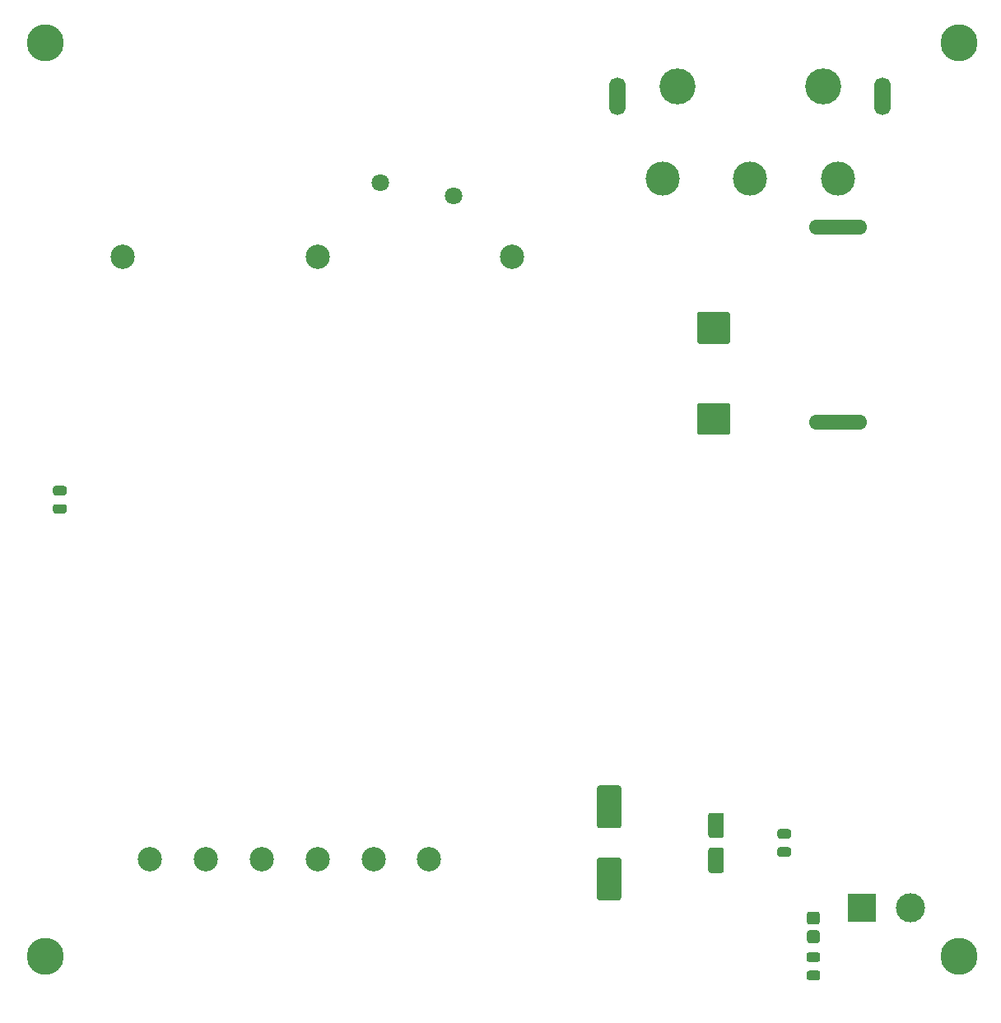
<source format=gbr>
%TF.GenerationSoftware,KiCad,Pcbnew,(5.99.0-2671-gfc0a358ba)*%
%TF.CreationDate,2020-09-06T03:18:24+05:30*%
%TF.ProjectId,Power_Supply,506f7765-725f-4537-9570-706c792e6b69,rev?*%
%TF.SameCoordinates,Original*%
%TF.FileFunction,Soldermask,Top*%
%TF.FilePolarity,Negative*%
%FSLAX46Y46*%
G04 Gerber Fmt 4.6, Leading zero omitted, Abs format (unit mm)*
G04 Created by KiCad (PCBNEW (5.99.0-2671-gfc0a358ba)) date 2020-09-06 03:18:24*
%MOMM*%
%LPD*%
G01*
G04 APERTURE LIST*
%ADD10C,3.800000*%
%ADD11R,3.000000X3.000000*%
%ADD12C,3.000000*%
%ADD13C,3.700000*%
%ADD14C,3.500000*%
%ADD15O,1.700000X3.900000*%
%ADD16C,1.800000*%
%ADD17O,6.000000X1.524000*%
%ADD18C,2.500000*%
G04 APERTURE END LIST*
%TO.C,D1*%
G36*
G01*
X94400000Y-107625000D02*
X93600000Y-107625000D01*
G75*
G02*
X93350000Y-107375000I0J250000D01*
G01*
X93350000Y-106550000D01*
G75*
G02*
X93600000Y-106300000I250000J0D01*
G01*
X94400000Y-106300000D01*
G75*
G02*
X94650000Y-106550000I0J-250000D01*
G01*
X94650000Y-107375000D01*
G75*
G02*
X94400000Y-107625000I-250000J0D01*
G01*
G37*
G36*
G01*
X94400000Y-105700000D02*
X93600000Y-105700000D01*
G75*
G02*
X93350000Y-105450000I0J250000D01*
G01*
X93350000Y-104625000D01*
G75*
G02*
X93600000Y-104375000I250000J0D01*
G01*
X94400000Y-104375000D01*
G75*
G02*
X94650000Y-104625000I0J-250000D01*
G01*
X94650000Y-105450000D01*
G75*
G02*
X94400000Y-105700000I-250000J0D01*
G01*
G37*
%TD*%
D10*
%TO.C,H1*%
X109000000Y-109000000D03*
%TD*%
D11*
%TO.C,J2*%
X99000000Y-104000000D03*
D12*
X104000000Y-104000000D03*
%TD*%
D13*
%TO.C,J1*%
X95000000Y-19500000D03*
X80000000Y-19500000D03*
D14*
X96500000Y-29000000D03*
X78500000Y-29000000D03*
X87500000Y-29000000D03*
D15*
X101150000Y-20500000D03*
X73850000Y-20500000D03*
%TD*%
D16*
%TO.C,RV1*%
X57000000Y-30750000D03*
X49500000Y-29350000D03*
%TD*%
D10*
%TO.C,H3*%
X109000000Y-15000000D03*
%TD*%
%TO.C,C1*%
G36*
G01*
X74000000Y-103200000D02*
X72000000Y-103200000D01*
G75*
G02*
X71750000Y-102950000I0J250000D01*
G01*
X71750000Y-99050000D01*
G75*
G02*
X72000000Y-98800000I250000J0D01*
G01*
X74000000Y-98800000D01*
G75*
G02*
X74250000Y-99050000I0J-250000D01*
G01*
X74250000Y-102950000D01*
G75*
G02*
X74000000Y-103200000I-250000J0D01*
G01*
G37*
G36*
G01*
X74000000Y-95800000D02*
X72000000Y-95800000D01*
G75*
G02*
X71750000Y-95550000I0J250000D01*
G01*
X71750000Y-91650000D01*
G75*
G02*
X72000000Y-91400000I250000J0D01*
G01*
X74000000Y-91400000D01*
G75*
G02*
X74250000Y-91650000I0J-250000D01*
G01*
X74250000Y-95550000D01*
G75*
G02*
X74000000Y-95800000I-250000J0D01*
G01*
G37*
%TD*%
D17*
%TO.C,SW1*%
X96500000Y-34000000D03*
X96500000Y-54000000D03*
%TD*%
%TO.C,C3*%
G36*
G01*
X91456250Y-98725000D02*
X90543750Y-98725000D01*
G75*
G02*
X90300000Y-98481250I0J243750D01*
G01*
X90300000Y-97993750D01*
G75*
G02*
X90543750Y-97750000I243750J0D01*
G01*
X91456250Y-97750000D01*
G75*
G02*
X91700000Y-97993750I0J-243750D01*
G01*
X91700000Y-98481250D01*
G75*
G02*
X91456250Y-98725000I-243750J0D01*
G01*
G37*
G36*
G01*
X91456250Y-96850000D02*
X90543750Y-96850000D01*
G75*
G02*
X90300000Y-96606250I0J243750D01*
G01*
X90300000Y-96118750D01*
G75*
G02*
X90543750Y-95875000I243750J0D01*
G01*
X91456250Y-95875000D01*
G75*
G02*
X91700000Y-96118750I0J-243750D01*
G01*
X91700000Y-96606250D01*
G75*
G02*
X91456250Y-96850000I-243750J0D01*
G01*
G37*
%TD*%
%TO.C,R1*%
G36*
G01*
X16956250Y-63425000D02*
X16043750Y-63425000D01*
G75*
G02*
X15800000Y-63181250I0J243750D01*
G01*
X15800000Y-62693750D01*
G75*
G02*
X16043750Y-62450000I243750J0D01*
G01*
X16956250Y-62450000D01*
G75*
G02*
X17200000Y-62693750I0J-243750D01*
G01*
X17200000Y-63181250D01*
G75*
G02*
X16956250Y-63425000I-243750J0D01*
G01*
G37*
G36*
G01*
X16956250Y-61550000D02*
X16043750Y-61550000D01*
G75*
G02*
X15800000Y-61306250I0J243750D01*
G01*
X15800000Y-60818750D01*
G75*
G02*
X16043750Y-60575000I243750J0D01*
G01*
X16956250Y-60575000D01*
G75*
G02*
X17200000Y-60818750I0J-243750D01*
G01*
X17200000Y-61306250D01*
G75*
G02*
X16956250Y-61550000I-243750J0D01*
G01*
G37*
%TD*%
D18*
%TO.C,U1*%
X63000000Y-37000000D03*
X43000000Y-37000000D03*
X23000000Y-37000000D03*
X25750000Y-99000000D03*
X31500000Y-99000000D03*
X37250000Y-99000000D03*
X43000000Y-99000000D03*
X48750000Y-99000000D03*
X54500000Y-99000000D03*
%TD*%
%TO.C,F1*%
G36*
G01*
X82202500Y-52050000D02*
X85297500Y-52050000D01*
G75*
G02*
X85460000Y-52212500I0J-162500D01*
G01*
X85460000Y-55137500D01*
G75*
G02*
X85297500Y-55300000I-162500J0D01*
G01*
X82202500Y-55300000D01*
G75*
G02*
X82040000Y-55137500I0J162500D01*
G01*
X82040000Y-52212500D01*
G75*
G02*
X82202500Y-52050000I162500J0D01*
G01*
G37*
G36*
G01*
X82202500Y-42700000D02*
X85297500Y-42700000D01*
G75*
G02*
X85460000Y-42862500I0J-162500D01*
G01*
X85460000Y-45787500D01*
G75*
G02*
X85297500Y-45950000I-162500J0D01*
G01*
X82202500Y-45950000D01*
G75*
G02*
X82040000Y-45787500I0J162500D01*
G01*
X82040000Y-42862500D01*
G75*
G02*
X82202500Y-42700000I162500J0D01*
G01*
G37*
%TD*%
D10*
%TO.C,H4*%
X15000000Y-109000000D03*
%TD*%
%TO.C,R2*%
G36*
G01*
X93543750Y-108575000D02*
X94456250Y-108575000D01*
G75*
G02*
X94700000Y-108818750I0J-243750D01*
G01*
X94700000Y-109306250D01*
G75*
G02*
X94456250Y-109550000I-243750J0D01*
G01*
X93543750Y-109550000D01*
G75*
G02*
X93300000Y-109306250I0J243750D01*
G01*
X93300000Y-108818750D01*
G75*
G02*
X93543750Y-108575000I243750J0D01*
G01*
G37*
G36*
G01*
X93543750Y-110450000D02*
X94456250Y-110450000D01*
G75*
G02*
X94700000Y-110693750I0J-243750D01*
G01*
X94700000Y-111181250D01*
G75*
G02*
X94456250Y-111425000I-243750J0D01*
G01*
X93543750Y-111425000D01*
G75*
G02*
X93300000Y-111181250I0J243750D01*
G01*
X93300000Y-110693750D01*
G75*
G02*
X93543750Y-110450000I243750J0D01*
G01*
G37*
%TD*%
%TO.C,H2*%
X15000000Y-15000000D03*
%TD*%
%TO.C,C2*%
G36*
G01*
X84550000Y-100400000D02*
X83450000Y-100400000D01*
G75*
G02*
X83200000Y-100150000I0J250000D01*
G01*
X83200000Y-98050000D01*
G75*
G02*
X83450000Y-97800000I250000J0D01*
G01*
X84550000Y-97800000D01*
G75*
G02*
X84800000Y-98050000I0J-250000D01*
G01*
X84800000Y-100150000D01*
G75*
G02*
X84550000Y-100400000I-250000J0D01*
G01*
G37*
G36*
G01*
X84550000Y-96800000D02*
X83450000Y-96800000D01*
G75*
G02*
X83200000Y-96550000I0J250000D01*
G01*
X83200000Y-94450000D01*
G75*
G02*
X83450000Y-94200000I250000J0D01*
G01*
X84550000Y-94200000D01*
G75*
G02*
X84800000Y-94450000I0J-250000D01*
G01*
X84800000Y-96550000D01*
G75*
G02*
X84550000Y-96800000I-250000J0D01*
G01*
G37*
%TD*%
M02*

</source>
